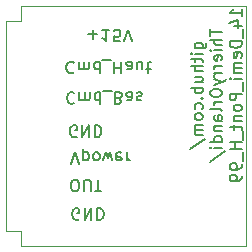
<source format=gbr>
%TF.GenerationSoftware,KiCad,Pcbnew,(5.1.9)-1*%
%TF.CreationDate,2021-06-01T10:14:56+02:00*%
%TF.ProjectId,14_Demi_Pont_H_99,31345f44-656d-4695-9f50-6f6e745f485f,rev?*%
%TF.SameCoordinates,Original*%
%TF.FileFunction,Legend,Bot*%
%TF.FilePolarity,Positive*%
%FSLAX46Y46*%
G04 Gerber Fmt 4.6, Leading zero omitted, Abs format (unit mm)*
G04 Created by KiCad (PCBNEW (5.1.9)-1) date 2021-06-01 10:14:56*
%MOMM*%
%LPD*%
G01*
G04 APERTURE LIST*
%ADD10C,0.150000*%
%TA.AperFunction,Profile*%
%ADD11C,0.050000*%
%TD*%
G04 APERTURE END LIST*
D10*
X107278095Y-63368571D02*
X108040000Y-63368571D01*
X107659047Y-62987619D02*
X107659047Y-63749523D01*
X109040000Y-62987619D02*
X108468571Y-62987619D01*
X108754285Y-62987619D02*
X108754285Y-63987619D01*
X108659047Y-63844761D01*
X108563809Y-63749523D01*
X108468571Y-63701904D01*
X109944761Y-63987619D02*
X109468571Y-63987619D01*
X109420952Y-63511428D01*
X109468571Y-63559047D01*
X109563809Y-63606666D01*
X109801904Y-63606666D01*
X109897142Y-63559047D01*
X109944761Y-63511428D01*
X109992380Y-63416190D01*
X109992380Y-63178095D01*
X109944761Y-63082857D01*
X109897142Y-63035238D01*
X109801904Y-62987619D01*
X109563809Y-62987619D01*
X109468571Y-63035238D01*
X109420952Y-63082857D01*
X110278095Y-63987619D02*
X110611428Y-62987619D01*
X110944761Y-63987619D01*
X106035238Y-65782857D02*
X105987619Y-65735238D01*
X105844761Y-65687619D01*
X105749523Y-65687619D01*
X105606666Y-65735238D01*
X105511428Y-65830476D01*
X105463809Y-65925714D01*
X105416190Y-66116190D01*
X105416190Y-66259047D01*
X105463809Y-66449523D01*
X105511428Y-66544761D01*
X105606666Y-66640000D01*
X105749523Y-66687619D01*
X105844761Y-66687619D01*
X105987619Y-66640000D01*
X106035238Y-66592380D01*
X106463809Y-65687619D02*
X106463809Y-66354285D01*
X106463809Y-66259047D02*
X106511428Y-66306666D01*
X106606666Y-66354285D01*
X106749523Y-66354285D01*
X106844761Y-66306666D01*
X106892380Y-66211428D01*
X106892380Y-65687619D01*
X106892380Y-66211428D02*
X106940000Y-66306666D01*
X107035238Y-66354285D01*
X107178095Y-66354285D01*
X107273333Y-66306666D01*
X107320952Y-66211428D01*
X107320952Y-65687619D01*
X108225714Y-65687619D02*
X108225714Y-66687619D01*
X108225714Y-65735238D02*
X108130476Y-65687619D01*
X107940000Y-65687619D01*
X107844761Y-65735238D01*
X107797142Y-65782857D01*
X107749523Y-65878095D01*
X107749523Y-66163809D01*
X107797142Y-66259047D01*
X107844761Y-66306666D01*
X107940000Y-66354285D01*
X108130476Y-66354285D01*
X108225714Y-66306666D01*
X108463809Y-65592380D02*
X109225714Y-65592380D01*
X109463809Y-65687619D02*
X109463809Y-66687619D01*
X109463809Y-66211428D02*
X110035238Y-66211428D01*
X110035238Y-65687619D02*
X110035238Y-66687619D01*
X110940000Y-65687619D02*
X110940000Y-66211428D01*
X110892380Y-66306666D01*
X110797142Y-66354285D01*
X110606666Y-66354285D01*
X110511428Y-66306666D01*
X110940000Y-65735238D02*
X110844761Y-65687619D01*
X110606666Y-65687619D01*
X110511428Y-65735238D01*
X110463809Y-65830476D01*
X110463809Y-65925714D01*
X110511428Y-66020952D01*
X110606666Y-66068571D01*
X110844761Y-66068571D01*
X110940000Y-66116190D01*
X111844761Y-66354285D02*
X111844761Y-65687619D01*
X111416190Y-66354285D02*
X111416190Y-65830476D01*
X111463809Y-65735238D01*
X111559047Y-65687619D01*
X111701904Y-65687619D01*
X111797142Y-65735238D01*
X111844761Y-65782857D01*
X112178095Y-66354285D02*
X112559047Y-66354285D01*
X112320952Y-66687619D02*
X112320952Y-65830476D01*
X112368571Y-65735238D01*
X112463809Y-65687619D01*
X112559047Y-65687619D01*
X106092380Y-68382857D02*
X106044761Y-68335238D01*
X105901904Y-68287619D01*
X105806666Y-68287619D01*
X105663809Y-68335238D01*
X105568571Y-68430476D01*
X105520952Y-68525714D01*
X105473333Y-68716190D01*
X105473333Y-68859047D01*
X105520952Y-69049523D01*
X105568571Y-69144761D01*
X105663809Y-69240000D01*
X105806666Y-69287619D01*
X105901904Y-69287619D01*
X106044761Y-69240000D01*
X106092380Y-69192380D01*
X106520952Y-68287619D02*
X106520952Y-68954285D01*
X106520952Y-68859047D02*
X106568571Y-68906666D01*
X106663809Y-68954285D01*
X106806666Y-68954285D01*
X106901904Y-68906666D01*
X106949523Y-68811428D01*
X106949523Y-68287619D01*
X106949523Y-68811428D02*
X106997142Y-68906666D01*
X107092380Y-68954285D01*
X107235238Y-68954285D01*
X107330476Y-68906666D01*
X107378095Y-68811428D01*
X107378095Y-68287619D01*
X108282857Y-68287619D02*
X108282857Y-69287619D01*
X108282857Y-68335238D02*
X108187619Y-68287619D01*
X107997142Y-68287619D01*
X107901904Y-68335238D01*
X107854285Y-68382857D01*
X107806666Y-68478095D01*
X107806666Y-68763809D01*
X107854285Y-68859047D01*
X107901904Y-68906666D01*
X107997142Y-68954285D01*
X108187619Y-68954285D01*
X108282857Y-68906666D01*
X108520952Y-68192380D02*
X109282857Y-68192380D01*
X109854285Y-68811428D02*
X109997142Y-68763809D01*
X110044761Y-68716190D01*
X110092380Y-68620952D01*
X110092380Y-68478095D01*
X110044761Y-68382857D01*
X109997142Y-68335238D01*
X109901904Y-68287619D01*
X109520952Y-68287619D01*
X109520952Y-69287619D01*
X109854285Y-69287619D01*
X109949523Y-69240000D01*
X109997142Y-69192380D01*
X110044761Y-69097142D01*
X110044761Y-69001904D01*
X109997142Y-68906666D01*
X109949523Y-68859047D01*
X109854285Y-68811428D01*
X109520952Y-68811428D01*
X110949523Y-68287619D02*
X110949523Y-68811428D01*
X110901904Y-68906666D01*
X110806666Y-68954285D01*
X110616190Y-68954285D01*
X110520952Y-68906666D01*
X110949523Y-68335238D02*
X110854285Y-68287619D01*
X110616190Y-68287619D01*
X110520952Y-68335238D01*
X110473333Y-68430476D01*
X110473333Y-68525714D01*
X110520952Y-68620952D01*
X110616190Y-68668571D01*
X110854285Y-68668571D01*
X110949523Y-68716190D01*
X111378095Y-68335238D02*
X111473333Y-68287619D01*
X111663809Y-68287619D01*
X111759047Y-68335238D01*
X111806666Y-68430476D01*
X111806666Y-68478095D01*
X111759047Y-68573333D01*
X111663809Y-68620952D01*
X111520952Y-68620952D01*
X111425714Y-68668571D01*
X111378095Y-68763809D01*
X111378095Y-68811428D01*
X111425714Y-68906666D01*
X111520952Y-68954285D01*
X111663809Y-68954285D01*
X111759047Y-68906666D01*
X105840000Y-74387619D02*
X106173333Y-73387619D01*
X106506666Y-74387619D01*
X106840000Y-74054285D02*
X106840000Y-73054285D01*
X106840000Y-74006666D02*
X106935238Y-74054285D01*
X107125714Y-74054285D01*
X107220952Y-74006666D01*
X107268571Y-73959047D01*
X107316190Y-73863809D01*
X107316190Y-73578095D01*
X107268571Y-73482857D01*
X107220952Y-73435238D01*
X107125714Y-73387619D01*
X106935238Y-73387619D01*
X106840000Y-73435238D01*
X107887619Y-73387619D02*
X107792380Y-73435238D01*
X107744761Y-73482857D01*
X107697142Y-73578095D01*
X107697142Y-73863809D01*
X107744761Y-73959047D01*
X107792380Y-74006666D01*
X107887619Y-74054285D01*
X108030476Y-74054285D01*
X108125714Y-74006666D01*
X108173333Y-73959047D01*
X108220952Y-73863809D01*
X108220952Y-73578095D01*
X108173333Y-73482857D01*
X108125714Y-73435238D01*
X108030476Y-73387619D01*
X107887619Y-73387619D01*
X108554285Y-74054285D02*
X108744761Y-73387619D01*
X108935238Y-73863809D01*
X109125714Y-73387619D01*
X109316190Y-74054285D01*
X110078095Y-73435238D02*
X109982857Y-73387619D01*
X109792380Y-73387619D01*
X109697142Y-73435238D01*
X109649523Y-73530476D01*
X109649523Y-73911428D01*
X109697142Y-74006666D01*
X109792380Y-74054285D01*
X109982857Y-74054285D01*
X110078095Y-74006666D01*
X110125714Y-73911428D01*
X110125714Y-73816190D01*
X109649523Y-73720952D01*
X110554285Y-73387619D02*
X110554285Y-74054285D01*
X110554285Y-73863809D02*
X110601904Y-73959047D01*
X110649523Y-74006666D01*
X110744761Y-74054285D01*
X110840000Y-74054285D01*
X106478095Y-79040000D02*
X106382857Y-79087619D01*
X106240000Y-79087619D01*
X106097142Y-79040000D01*
X106001904Y-78944761D01*
X105954285Y-78849523D01*
X105906666Y-78659047D01*
X105906666Y-78516190D01*
X105954285Y-78325714D01*
X106001904Y-78230476D01*
X106097142Y-78135238D01*
X106240000Y-78087619D01*
X106335238Y-78087619D01*
X106478095Y-78135238D01*
X106525714Y-78182857D01*
X106525714Y-78516190D01*
X106335238Y-78516190D01*
X106954285Y-78087619D02*
X106954285Y-79087619D01*
X107525714Y-78087619D01*
X107525714Y-79087619D01*
X108001904Y-78087619D02*
X108001904Y-79087619D01*
X108240000Y-79087619D01*
X108382857Y-79040000D01*
X108478095Y-78944761D01*
X108525714Y-78849523D01*
X108573333Y-78659047D01*
X108573333Y-78516190D01*
X108525714Y-78325714D01*
X108478095Y-78230476D01*
X108382857Y-78135238D01*
X108240000Y-78087619D01*
X108001904Y-78087619D01*
X106040000Y-76687619D02*
X106230476Y-76687619D01*
X106325714Y-76640000D01*
X106420952Y-76544761D01*
X106468571Y-76354285D01*
X106468571Y-76020952D01*
X106420952Y-75830476D01*
X106325714Y-75735238D01*
X106230476Y-75687619D01*
X106040000Y-75687619D01*
X105944761Y-75735238D01*
X105849523Y-75830476D01*
X105801904Y-76020952D01*
X105801904Y-76354285D01*
X105849523Y-76544761D01*
X105944761Y-76640000D01*
X106040000Y-76687619D01*
X106897142Y-76687619D02*
X106897142Y-75878095D01*
X106944761Y-75782857D01*
X106992380Y-75735238D01*
X107087619Y-75687619D01*
X107278095Y-75687619D01*
X107373333Y-75735238D01*
X107420952Y-75782857D01*
X107468571Y-75878095D01*
X107468571Y-76687619D01*
X107801904Y-76687619D02*
X108373333Y-76687619D01*
X108087619Y-75687619D02*
X108087619Y-76687619D01*
X106278095Y-72040000D02*
X106182857Y-72087619D01*
X106040000Y-72087619D01*
X105897142Y-72040000D01*
X105801904Y-71944761D01*
X105754285Y-71849523D01*
X105706666Y-71659047D01*
X105706666Y-71516190D01*
X105754285Y-71325714D01*
X105801904Y-71230476D01*
X105897142Y-71135238D01*
X106040000Y-71087619D01*
X106135238Y-71087619D01*
X106278095Y-71135238D01*
X106325714Y-71182857D01*
X106325714Y-71516190D01*
X106135238Y-71516190D01*
X106754285Y-71087619D02*
X106754285Y-72087619D01*
X107325714Y-71087619D01*
X107325714Y-72087619D01*
X107801904Y-71087619D02*
X107801904Y-72087619D01*
X108040000Y-72087619D01*
X108182857Y-72040000D01*
X108278095Y-71944761D01*
X108325714Y-71849523D01*
X108373333Y-71659047D01*
X108373333Y-71516190D01*
X108325714Y-71325714D01*
X108278095Y-71230476D01*
X108182857Y-71135238D01*
X108040000Y-71087619D01*
X107801904Y-71087619D01*
D11*
X115570000Y-60960000D02*
X120650000Y-60960000D01*
X115570000Y-81280000D02*
X120650000Y-81280000D01*
X101600000Y-62230000D02*
X101600000Y-60960000D01*
X100330000Y-62230000D02*
X101600000Y-62230000D01*
X100330000Y-67310000D02*
X100330000Y-62230000D01*
X100330000Y-72390000D02*
X100330000Y-67310000D01*
X120650000Y-60960000D02*
X120650000Y-81280000D01*
X101600000Y-60960000D02*
X115570000Y-60960000D01*
X101600000Y-80010000D02*
X101600000Y-81280000D01*
X100330000Y-80010000D02*
X101600000Y-80010000D01*
D10*
X116275714Y-64563809D02*
X117085238Y-64563809D01*
X117180476Y-64516190D01*
X117228095Y-64468571D01*
X117275714Y-64373333D01*
X117275714Y-64230476D01*
X117228095Y-64135238D01*
X116894761Y-64563809D02*
X116942380Y-64468571D01*
X116942380Y-64278095D01*
X116894761Y-64182857D01*
X116847142Y-64135238D01*
X116751904Y-64087619D01*
X116466190Y-64087619D01*
X116370952Y-64135238D01*
X116323333Y-64182857D01*
X116275714Y-64278095D01*
X116275714Y-64468571D01*
X116323333Y-64563809D01*
X116942380Y-65040000D02*
X116275714Y-65040000D01*
X115942380Y-65040000D02*
X115990000Y-64992380D01*
X116037619Y-65040000D01*
X115990000Y-65087619D01*
X115942380Y-65040000D01*
X116037619Y-65040000D01*
X116275714Y-65373333D02*
X116275714Y-65754285D01*
X115942380Y-65516190D02*
X116799523Y-65516190D01*
X116894761Y-65563809D01*
X116942380Y-65659047D01*
X116942380Y-65754285D01*
X116942380Y-66087619D02*
X115942380Y-66087619D01*
X116942380Y-66516190D02*
X116418571Y-66516190D01*
X116323333Y-66468571D01*
X116275714Y-66373333D01*
X116275714Y-66230476D01*
X116323333Y-66135238D01*
X116370952Y-66087619D01*
X116275714Y-67420952D02*
X116942380Y-67420952D01*
X116275714Y-66992380D02*
X116799523Y-66992380D01*
X116894761Y-67040000D01*
X116942380Y-67135238D01*
X116942380Y-67278095D01*
X116894761Y-67373333D01*
X116847142Y-67420952D01*
X116942380Y-67897142D02*
X115942380Y-67897142D01*
X116323333Y-67897142D02*
X116275714Y-67992380D01*
X116275714Y-68182857D01*
X116323333Y-68278095D01*
X116370952Y-68325714D01*
X116466190Y-68373333D01*
X116751904Y-68373333D01*
X116847142Y-68325714D01*
X116894761Y-68278095D01*
X116942380Y-68182857D01*
X116942380Y-67992380D01*
X116894761Y-67897142D01*
X116847142Y-68801904D02*
X116894761Y-68849523D01*
X116942380Y-68801904D01*
X116894761Y-68754285D01*
X116847142Y-68801904D01*
X116942380Y-68801904D01*
X116894761Y-69706666D02*
X116942380Y-69611428D01*
X116942380Y-69420952D01*
X116894761Y-69325714D01*
X116847142Y-69278095D01*
X116751904Y-69230476D01*
X116466190Y-69230476D01*
X116370952Y-69278095D01*
X116323333Y-69325714D01*
X116275714Y-69420952D01*
X116275714Y-69611428D01*
X116323333Y-69706666D01*
X116942380Y-70278095D02*
X116894761Y-70182857D01*
X116847142Y-70135238D01*
X116751904Y-70087619D01*
X116466190Y-70087619D01*
X116370952Y-70135238D01*
X116323333Y-70182857D01*
X116275714Y-70278095D01*
X116275714Y-70420952D01*
X116323333Y-70516190D01*
X116370952Y-70563809D01*
X116466190Y-70611428D01*
X116751904Y-70611428D01*
X116847142Y-70563809D01*
X116894761Y-70516190D01*
X116942380Y-70420952D01*
X116942380Y-70278095D01*
X116942380Y-71040000D02*
X116275714Y-71040000D01*
X116370952Y-71040000D02*
X116323333Y-71087619D01*
X116275714Y-71182857D01*
X116275714Y-71325714D01*
X116323333Y-71420952D01*
X116418571Y-71468571D01*
X116942380Y-71468571D01*
X116418571Y-71468571D02*
X116323333Y-71516190D01*
X116275714Y-71611428D01*
X116275714Y-71754285D01*
X116323333Y-71849523D01*
X116418571Y-71897142D01*
X116942380Y-71897142D01*
X115894761Y-73087619D02*
X117180476Y-72230476D01*
X117592380Y-62920952D02*
X117592380Y-63492380D01*
X118592380Y-63206666D02*
X117592380Y-63206666D01*
X118592380Y-63825714D02*
X117592380Y-63825714D01*
X118592380Y-64254285D02*
X118068571Y-64254285D01*
X117973333Y-64206666D01*
X117925714Y-64111428D01*
X117925714Y-63968571D01*
X117973333Y-63873333D01*
X118020952Y-63825714D01*
X118592380Y-64730476D02*
X117925714Y-64730476D01*
X117592380Y-64730476D02*
X117640000Y-64682857D01*
X117687619Y-64730476D01*
X117640000Y-64778095D01*
X117592380Y-64730476D01*
X117687619Y-64730476D01*
X118544761Y-65587619D02*
X118592380Y-65492380D01*
X118592380Y-65301904D01*
X118544761Y-65206666D01*
X118449523Y-65159047D01*
X118068571Y-65159047D01*
X117973333Y-65206666D01*
X117925714Y-65301904D01*
X117925714Y-65492380D01*
X117973333Y-65587619D01*
X118068571Y-65635238D01*
X118163809Y-65635238D01*
X118259047Y-65159047D01*
X118592380Y-66063809D02*
X117925714Y-66063809D01*
X118116190Y-66063809D02*
X118020952Y-66111428D01*
X117973333Y-66159047D01*
X117925714Y-66254285D01*
X117925714Y-66349523D01*
X118592380Y-66682857D02*
X117925714Y-66682857D01*
X118116190Y-66682857D02*
X118020952Y-66730476D01*
X117973333Y-66778095D01*
X117925714Y-66873333D01*
X117925714Y-66968571D01*
X117925714Y-67206666D02*
X118592380Y-67444761D01*
X117925714Y-67682857D02*
X118592380Y-67444761D01*
X118830476Y-67349523D01*
X118878095Y-67301904D01*
X118925714Y-67206666D01*
X117592380Y-68254285D02*
X117592380Y-68444761D01*
X117640000Y-68540000D01*
X117735238Y-68635238D01*
X117925714Y-68682857D01*
X118259047Y-68682857D01*
X118449523Y-68635238D01*
X118544761Y-68540000D01*
X118592380Y-68444761D01*
X118592380Y-68254285D01*
X118544761Y-68159047D01*
X118449523Y-68063809D01*
X118259047Y-68016190D01*
X117925714Y-68016190D01*
X117735238Y-68063809D01*
X117640000Y-68159047D01*
X117592380Y-68254285D01*
X118592380Y-69111428D02*
X117925714Y-69111428D01*
X118116190Y-69111428D02*
X118020952Y-69159047D01*
X117973333Y-69206666D01*
X117925714Y-69301904D01*
X117925714Y-69397142D01*
X118592380Y-69873333D02*
X118544761Y-69778095D01*
X118449523Y-69730476D01*
X117592380Y-69730476D01*
X118592380Y-70682857D02*
X118068571Y-70682857D01*
X117973333Y-70635238D01*
X117925714Y-70540000D01*
X117925714Y-70349523D01*
X117973333Y-70254285D01*
X118544761Y-70682857D02*
X118592380Y-70587619D01*
X118592380Y-70349523D01*
X118544761Y-70254285D01*
X118449523Y-70206666D01*
X118354285Y-70206666D01*
X118259047Y-70254285D01*
X118211428Y-70349523D01*
X118211428Y-70587619D01*
X118163809Y-70682857D01*
X117925714Y-71159047D02*
X118592380Y-71159047D01*
X118020952Y-71159047D02*
X117973333Y-71206666D01*
X117925714Y-71301904D01*
X117925714Y-71444761D01*
X117973333Y-71540000D01*
X118068571Y-71587619D01*
X118592380Y-71587619D01*
X118592380Y-72492380D02*
X117592380Y-72492380D01*
X118544761Y-72492380D02*
X118592380Y-72397142D01*
X118592380Y-72206666D01*
X118544761Y-72111428D01*
X118497142Y-72063809D01*
X118401904Y-72016190D01*
X118116190Y-72016190D01*
X118020952Y-72063809D01*
X117973333Y-72111428D01*
X117925714Y-72206666D01*
X117925714Y-72397142D01*
X117973333Y-72492380D01*
X118592380Y-72968571D02*
X117925714Y-72968571D01*
X117592380Y-72968571D02*
X117640000Y-72920952D01*
X117687619Y-72968571D01*
X117640000Y-73016190D01*
X117592380Y-72968571D01*
X117687619Y-72968571D01*
X117544761Y-74159047D02*
X118830476Y-73301904D01*
X120242380Y-61825714D02*
X120242380Y-61254285D01*
X120242380Y-61540000D02*
X119242380Y-61540000D01*
X119385238Y-61444761D01*
X119480476Y-61349523D01*
X119528095Y-61254285D01*
X119575714Y-62682857D02*
X120242380Y-62682857D01*
X119194761Y-62444761D02*
X119909047Y-62206666D01*
X119909047Y-62825714D01*
X120337619Y-62968571D02*
X120337619Y-63730476D01*
X120242380Y-63968571D02*
X119242380Y-63968571D01*
X119242380Y-64206666D01*
X119290000Y-64349523D01*
X119385238Y-64444761D01*
X119480476Y-64492380D01*
X119670952Y-64540000D01*
X119813809Y-64540000D01*
X120004285Y-64492380D01*
X120099523Y-64444761D01*
X120194761Y-64349523D01*
X120242380Y-64206666D01*
X120242380Y-63968571D01*
X120194761Y-65349523D02*
X120242380Y-65254285D01*
X120242380Y-65063809D01*
X120194761Y-64968571D01*
X120099523Y-64920952D01*
X119718571Y-64920952D01*
X119623333Y-64968571D01*
X119575714Y-65063809D01*
X119575714Y-65254285D01*
X119623333Y-65349523D01*
X119718571Y-65397142D01*
X119813809Y-65397142D01*
X119909047Y-64920952D01*
X120242380Y-65825714D02*
X119575714Y-65825714D01*
X119670952Y-65825714D02*
X119623333Y-65873333D01*
X119575714Y-65968571D01*
X119575714Y-66111428D01*
X119623333Y-66206666D01*
X119718571Y-66254285D01*
X120242380Y-66254285D01*
X119718571Y-66254285D02*
X119623333Y-66301904D01*
X119575714Y-66397142D01*
X119575714Y-66540000D01*
X119623333Y-66635238D01*
X119718571Y-66682857D01*
X120242380Y-66682857D01*
X120242380Y-67159047D02*
X119575714Y-67159047D01*
X119242380Y-67159047D02*
X119290000Y-67111428D01*
X119337619Y-67159047D01*
X119290000Y-67206666D01*
X119242380Y-67159047D01*
X119337619Y-67159047D01*
X120337619Y-67397142D02*
X120337619Y-68159047D01*
X120242380Y-68397142D02*
X119242380Y-68397142D01*
X119242380Y-68778095D01*
X119290000Y-68873333D01*
X119337619Y-68920952D01*
X119432857Y-68968571D01*
X119575714Y-68968571D01*
X119670952Y-68920952D01*
X119718571Y-68873333D01*
X119766190Y-68778095D01*
X119766190Y-68397142D01*
X120242380Y-69540000D02*
X120194761Y-69444761D01*
X120147142Y-69397142D01*
X120051904Y-69349523D01*
X119766190Y-69349523D01*
X119670952Y-69397142D01*
X119623333Y-69444761D01*
X119575714Y-69540000D01*
X119575714Y-69682857D01*
X119623333Y-69778095D01*
X119670952Y-69825714D01*
X119766190Y-69873333D01*
X120051904Y-69873333D01*
X120147142Y-69825714D01*
X120194761Y-69778095D01*
X120242380Y-69682857D01*
X120242380Y-69540000D01*
X119575714Y-70301904D02*
X120242380Y-70301904D01*
X119670952Y-70301904D02*
X119623333Y-70349523D01*
X119575714Y-70444761D01*
X119575714Y-70587619D01*
X119623333Y-70682857D01*
X119718571Y-70730476D01*
X120242380Y-70730476D01*
X119575714Y-71063809D02*
X119575714Y-71444761D01*
X119242380Y-71206666D02*
X120099523Y-71206666D01*
X120194761Y-71254285D01*
X120242380Y-71349523D01*
X120242380Y-71444761D01*
X120337619Y-71540000D02*
X120337619Y-72301904D01*
X120242380Y-72540000D02*
X119242380Y-72540000D01*
X119718571Y-72540000D02*
X119718571Y-73111428D01*
X120242380Y-73111428D02*
X119242380Y-73111428D01*
X120337619Y-73349523D02*
X120337619Y-74111428D01*
X120242380Y-74397142D02*
X120242380Y-74587619D01*
X120194761Y-74682857D01*
X120147142Y-74730476D01*
X120004285Y-74825714D01*
X119813809Y-74873333D01*
X119432857Y-74873333D01*
X119337619Y-74825714D01*
X119290000Y-74778095D01*
X119242380Y-74682857D01*
X119242380Y-74492380D01*
X119290000Y-74397142D01*
X119337619Y-74349523D01*
X119432857Y-74301904D01*
X119670952Y-74301904D01*
X119766190Y-74349523D01*
X119813809Y-74397142D01*
X119861428Y-74492380D01*
X119861428Y-74682857D01*
X119813809Y-74778095D01*
X119766190Y-74825714D01*
X119670952Y-74873333D01*
X120242380Y-75349523D02*
X120242380Y-75540000D01*
X120194761Y-75635238D01*
X120147142Y-75682857D01*
X120004285Y-75778095D01*
X119813809Y-75825714D01*
X119432857Y-75825714D01*
X119337619Y-75778095D01*
X119290000Y-75730476D01*
X119242380Y-75635238D01*
X119242380Y-75444761D01*
X119290000Y-75349523D01*
X119337619Y-75301904D01*
X119432857Y-75254285D01*
X119670952Y-75254285D01*
X119766190Y-75301904D01*
X119813809Y-75349523D01*
X119861428Y-75444761D01*
X119861428Y-75635238D01*
X119813809Y-75730476D01*
X119766190Y-75778095D01*
X119670952Y-75825714D01*
D11*
X115570000Y-81280000D02*
X101600000Y-81280000D01*
X100330000Y-80010000D02*
X100330000Y-72390000D01*
M02*

</source>
